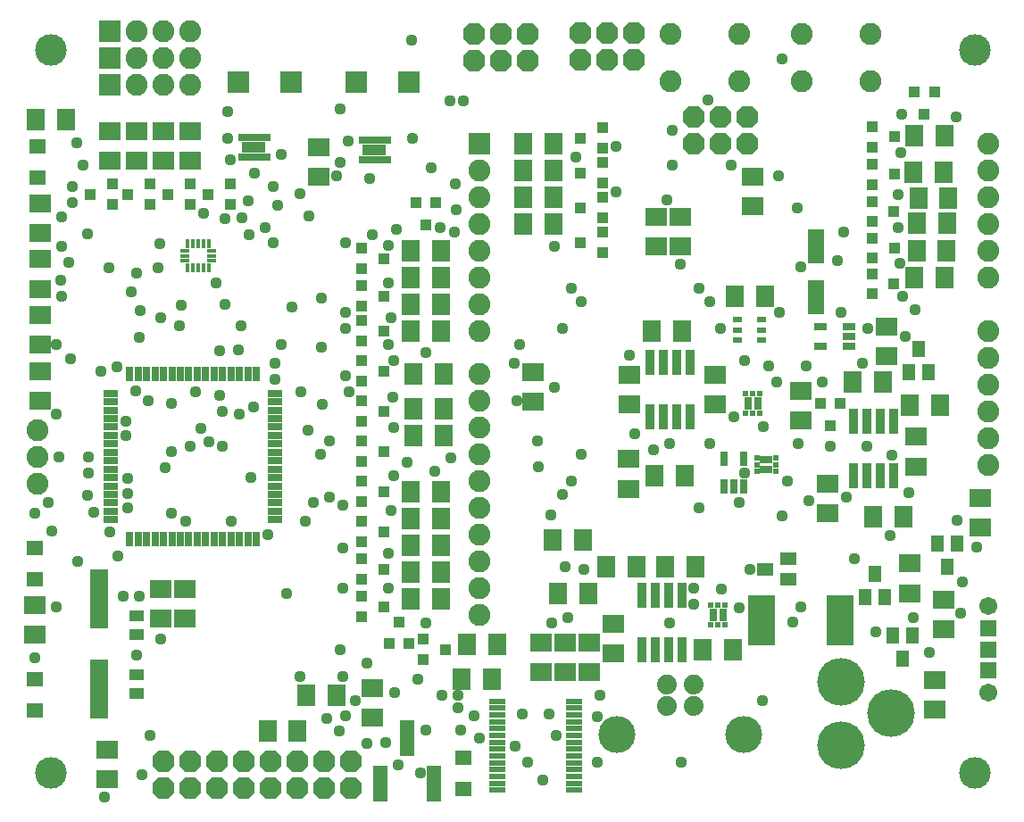
<source format=gts>
G75*
%MOIN*%
%OFA0B0*%
%FSLAX24Y24*%
%IPPOS*%
%LPD*%
%AMOC8*
5,1,8,0,0,1.08239X$1,22.5*
%
%ADD10C,0.1780*%
%ADD11R,0.0671X0.2245*%
%ADD12R,0.0552X0.0395*%
%ADD13R,0.0820X0.0820*%
%ADD14C,0.0820*%
%ADD15R,0.0434X0.0395*%
%ADD16R,0.0395X0.0434*%
%ADD17R,0.0986X0.1891*%
%ADD18R,0.0474X0.0631*%
%ADD19C,0.1182*%
%ADD20R,0.0710X0.0790*%
%ADD21R,0.0320X0.0950*%
%ADD22R,0.0631X0.1261*%
%ADD23R,0.0790X0.0710*%
%ADD24OC8,0.0820*%
%ADD25R,0.0631X0.0552*%
%ADD26R,0.0550X0.0300*%
%ADD27R,0.0300X0.0550*%
%ADD28R,0.0595X0.0595*%
%ADD29C,0.0671*%
%ADD30R,0.0848X0.0848*%
%ADD31R,0.0218X0.0198*%
%ADD32R,0.0454X0.0316*%
%ADD33R,0.0198X0.0218*%
%ADD34R,0.0316X0.0454*%
%ADD35R,0.0630X0.0217*%
%ADD36R,0.0190X0.0277*%
%ADD37R,0.0867X0.0434*%
%ADD38R,0.0356X0.0237*%
%ADD39R,0.0493X0.0316*%
%ADD40R,0.0178X0.0344*%
%ADD41R,0.0344X0.0178*%
%ADD42R,0.0789X0.0710*%
%ADD43C,0.0740*%
%ADD44C,0.1380*%
%ADD45R,0.0297X0.0552*%
%ADD46R,0.0631X0.0474*%
%ADD47R,0.0550X0.1380*%
%ADD48C,0.0437*%
D10*
X031317Y003593D03*
X033167Y004774D03*
X031317Y005955D03*
D11*
X003617Y005668D03*
X003617Y009054D03*
D12*
X005017Y008416D03*
X005017Y007707D03*
X005017Y006216D03*
X005017Y005507D03*
D13*
X017817Y026061D03*
X004017Y028261D03*
X004017Y029261D03*
X004017Y030261D03*
D14*
X005017Y030261D03*
X006017Y030261D03*
X007017Y030261D03*
X007017Y029261D03*
X007017Y028261D03*
X006017Y028261D03*
X005017Y028261D03*
X005017Y029261D03*
X006017Y029261D03*
X017817Y025061D03*
X017817Y024061D03*
X017817Y023061D03*
X017817Y022061D03*
X017817Y021061D03*
X017817Y020061D03*
X017817Y019061D03*
X017817Y017461D03*
X017817Y016461D03*
X017817Y015461D03*
X017817Y014461D03*
X017817Y013461D03*
X017817Y012461D03*
X017817Y011461D03*
X017817Y010461D03*
X017817Y009461D03*
X017817Y008461D03*
X001317Y013361D03*
X001317Y014361D03*
X001317Y015361D03*
X024937Y028371D03*
X024937Y030151D03*
X027497Y030151D03*
X027497Y028371D03*
X029837Y028371D03*
X029837Y030151D03*
X032397Y030151D03*
X032397Y028371D03*
X036817Y026061D03*
X036817Y025061D03*
X036817Y024061D03*
X036817Y023061D03*
X036817Y022061D03*
X036817Y021061D03*
X036817Y019061D03*
X036817Y018061D03*
X036817Y017061D03*
X036817Y016061D03*
X036817Y015061D03*
X036817Y014061D03*
D15*
X032463Y020437D03*
X032463Y021185D03*
X032473Y021767D03*
X032473Y022515D03*
X032463Y023137D03*
X033290Y023511D03*
X032463Y023885D03*
X032473Y024527D03*
X032473Y025275D03*
X032473Y025927D03*
X033300Y026301D03*
X032473Y026675D03*
X033300Y024901D03*
X033300Y022141D03*
X033290Y020811D03*
X022410Y021987D03*
X022410Y022735D03*
X022410Y023287D03*
X022410Y024035D03*
X022410Y024587D03*
X022410Y025335D03*
X022410Y025887D03*
X022410Y026635D03*
X021584Y026261D03*
X021584Y024961D03*
X021584Y023661D03*
X021584Y022361D03*
X014250Y021761D03*
X013423Y021387D03*
X013423Y020735D03*
X014250Y020361D03*
X013423Y019987D03*
X013423Y019435D03*
X014250Y019061D03*
X013423Y018687D03*
X013423Y017935D03*
X013423Y017187D03*
X014250Y017561D03*
X013423Y016435D03*
X013423Y015687D03*
X013423Y014935D03*
X014250Y014561D03*
X013423Y014187D03*
X013423Y013435D03*
X014250Y013061D03*
X013423Y012687D03*
X013423Y011935D03*
X013423Y011187D03*
X013423Y010535D03*
X014250Y010161D03*
X013423Y009787D03*
X013423Y009135D03*
X013423Y008387D03*
X014250Y008761D03*
X015723Y007535D03*
X015723Y006787D03*
X016550Y007161D03*
X014250Y011561D03*
X014250Y016061D03*
X013423Y022135D03*
X008510Y023787D03*
X007684Y024161D03*
X007010Y023787D03*
X006184Y024161D03*
X005510Y023787D03*
X004684Y024161D03*
X004110Y023787D03*
X003284Y024161D03*
X004110Y024535D03*
X005510Y024535D03*
X007010Y024535D03*
X008510Y024535D03*
D16*
X015443Y023855D03*
X016191Y023855D03*
X015817Y023028D03*
X030543Y016355D03*
X031291Y016355D03*
X030917Y015528D03*
X034427Y027158D03*
X034801Y027985D03*
X034053Y027985D03*
X014817Y008194D03*
X015191Y007368D03*
X014443Y007368D03*
D17*
X028360Y008261D03*
X031273Y008261D03*
D18*
X032213Y009118D03*
X032961Y009118D03*
X032587Y009984D03*
X034903Y011114D03*
X035651Y011114D03*
X035277Y010248D03*
X033991Y007694D03*
X033243Y007694D03*
X033617Y006828D03*
X033843Y017528D03*
X034591Y017528D03*
X034217Y018394D03*
D19*
X001817Y002561D03*
X001817Y029561D03*
X036317Y029561D03*
X036317Y002561D03*
D20*
X027277Y007161D03*
X026157Y007161D03*
X025877Y010261D03*
X024757Y010261D03*
X023677Y010261D03*
X022557Y010261D03*
X021877Y009261D03*
X020757Y009261D03*
X020557Y011261D03*
X021677Y011261D03*
X024357Y013661D03*
X025477Y013661D03*
X031757Y017161D03*
X032877Y017161D03*
X033877Y016271D03*
X034997Y016271D03*
X033637Y012111D03*
X032517Y012111D03*
X025377Y019061D03*
X024257Y019061D03*
X027357Y020361D03*
X028477Y020361D03*
X034047Y021041D03*
X034137Y022061D03*
X034157Y023081D03*
X034197Y024021D03*
X035317Y024021D03*
X035277Y023081D03*
X035257Y022061D03*
X035167Y021041D03*
X035147Y024991D03*
X034027Y024991D03*
X034057Y026341D03*
X035177Y026341D03*
X020577Y026061D03*
X019457Y026061D03*
X019457Y025061D03*
X019457Y024061D03*
X019457Y023061D03*
X020577Y023061D03*
X020577Y024061D03*
X020577Y025061D03*
X016377Y022061D03*
X016377Y021061D03*
X016377Y020061D03*
X016377Y019061D03*
X015257Y019061D03*
X015257Y020061D03*
X015257Y021061D03*
X015257Y022061D03*
X015357Y017461D03*
X016477Y017461D03*
X016477Y016161D03*
X016477Y015131D03*
X015357Y015131D03*
X015357Y016161D03*
X015257Y013061D03*
X016377Y013061D03*
X016377Y012061D03*
X016377Y011061D03*
X016377Y010061D03*
X016377Y009061D03*
X015257Y009061D03*
X015257Y010061D03*
X015257Y011061D03*
X015257Y012061D03*
X017357Y007361D03*
X018477Y007361D03*
X018277Y006061D03*
X017157Y006061D03*
X012477Y005461D03*
X011357Y005461D03*
X011017Y004101D03*
X009897Y004101D03*
X002367Y026961D03*
X001247Y026961D03*
D21*
X023867Y009191D03*
X024367Y009191D03*
X024867Y009191D03*
X025367Y009191D03*
X025367Y007131D03*
X024867Y007131D03*
X024367Y007131D03*
X023867Y007131D03*
X031767Y013631D03*
X032267Y013631D03*
X032767Y013631D03*
X033267Y013631D03*
X033267Y015691D03*
X032767Y015691D03*
X032267Y015691D03*
X031767Y015691D03*
X025667Y015831D03*
X025167Y015831D03*
X024667Y015831D03*
X024167Y015831D03*
X024167Y017891D03*
X024667Y017891D03*
X025167Y017891D03*
X025667Y017891D03*
D22*
X030367Y020326D03*
X030367Y022216D03*
D23*
X028017Y023701D03*
X028017Y024821D03*
X033017Y019221D03*
X033017Y018101D03*
X029817Y016821D03*
X029817Y015701D03*
X030807Y013351D03*
X030807Y012231D03*
X033877Y010371D03*
X033877Y009251D03*
X035157Y009021D03*
X035157Y007901D03*
X034817Y006021D03*
X034817Y004901D03*
X036517Y011701D03*
X036517Y012821D03*
X034097Y013981D03*
X034097Y015101D03*
X026617Y016301D03*
X026617Y017421D03*
X023417Y017421D03*
X023417Y016301D03*
X023377Y014271D03*
X023377Y013151D03*
X022817Y008121D03*
X022817Y007001D03*
X021917Y007421D03*
X021917Y006301D03*
X020117Y006301D03*
X020117Y007421D03*
X013817Y005721D03*
X013817Y004601D03*
X006797Y008301D03*
X005917Y008301D03*
X005917Y009421D03*
X006797Y009421D03*
X001217Y008821D03*
X001217Y007701D03*
X003917Y003421D03*
X003917Y002301D03*
X001407Y016441D03*
X001407Y017561D03*
X001407Y020611D03*
X001407Y021731D03*
X001407Y022701D03*
X001407Y023821D03*
X004017Y025401D03*
X005017Y025401D03*
X006017Y025401D03*
X007017Y025401D03*
X007017Y026521D03*
X006017Y026521D03*
X005017Y026521D03*
X004017Y026521D03*
D24*
X017617Y029161D03*
X018617Y029161D03*
X019617Y029161D03*
X019617Y030161D03*
X018617Y030161D03*
X017617Y030161D03*
X021587Y030171D03*
X022587Y030171D03*
X023587Y030171D03*
X023587Y029171D03*
X022587Y029171D03*
X021587Y029171D03*
X025817Y027061D03*
X026817Y027061D03*
X027817Y027061D03*
X027817Y026061D03*
X026817Y026061D03*
X025817Y026061D03*
X013021Y002975D03*
X012021Y002975D03*
X011021Y002975D03*
X010021Y002975D03*
X009021Y002975D03*
X008021Y002975D03*
X007021Y002975D03*
X006021Y002975D03*
X006021Y001975D03*
X007021Y001975D03*
X008021Y001975D03*
X009021Y001975D03*
X010021Y001975D03*
X011021Y001975D03*
X012021Y001975D03*
X013021Y001975D03*
D25*
X017227Y001941D03*
X017227Y003122D03*
X001217Y004871D03*
X001217Y006052D03*
X001217Y009771D03*
X001217Y010952D03*
X001307Y024771D03*
X001307Y025952D03*
D26*
X004046Y016723D03*
X004046Y016409D03*
X004046Y016094D03*
X004046Y015779D03*
X004046Y015464D03*
X004046Y015149D03*
X004046Y014834D03*
X004046Y014519D03*
X004046Y014204D03*
X004046Y013889D03*
X004046Y013574D03*
X004046Y013259D03*
X004046Y012944D03*
X004046Y012629D03*
X004046Y012314D03*
X004046Y011999D03*
X010188Y011999D03*
X010188Y012314D03*
X010188Y012629D03*
X010188Y012944D03*
X010188Y013259D03*
X010188Y013574D03*
X010188Y013889D03*
X010188Y014204D03*
X010188Y014519D03*
X010188Y014834D03*
X010188Y015149D03*
X010188Y015464D03*
X010188Y015779D03*
X010188Y016094D03*
X010188Y016409D03*
X010188Y016723D03*
D27*
X009479Y017432D03*
X009164Y017432D03*
X008849Y017432D03*
X008534Y017432D03*
X008219Y017432D03*
X007904Y017432D03*
X007589Y017432D03*
X007274Y017432D03*
X006959Y017432D03*
X006644Y017432D03*
X006329Y017432D03*
X006014Y017432D03*
X005699Y017432D03*
X005384Y017432D03*
X005069Y017432D03*
X004754Y017432D03*
X004754Y011290D03*
X005069Y011290D03*
X005384Y011290D03*
X005699Y011290D03*
X006014Y011290D03*
X006329Y011290D03*
X006644Y011290D03*
X006959Y011290D03*
X007274Y011290D03*
X007589Y011290D03*
X007904Y011290D03*
X008219Y011290D03*
X008534Y011290D03*
X008849Y011290D03*
X009164Y011290D03*
X009479Y011290D03*
D28*
X036817Y007949D03*
X036817Y007161D03*
X036817Y006374D03*
D29*
X036801Y005547D03*
X036801Y008775D03*
D30*
X015185Y028361D03*
X013217Y028361D03*
X010785Y028361D03*
X008817Y028361D03*
D31*
X028166Y014317D03*
X028166Y014061D03*
X028166Y013805D03*
X028887Y013805D03*
X028887Y014061D03*
X028887Y014317D03*
D32*
X028525Y014242D03*
X028525Y013876D03*
D33*
X028273Y015991D03*
X028017Y015991D03*
X027761Y015991D03*
X027761Y016712D03*
X028017Y016712D03*
X028273Y016712D03*
X026973Y008812D03*
X026717Y008812D03*
X026461Y008812D03*
X026461Y008091D03*
X026717Y008091D03*
X026973Y008091D03*
D34*
X026898Y008453D03*
X026532Y008453D03*
X027832Y016353D03*
X028198Y016353D03*
D35*
X021356Y005225D03*
X021356Y004969D03*
X021356Y004713D03*
X021356Y004457D03*
X021356Y004201D03*
X021356Y003945D03*
X021356Y003689D03*
X021356Y003433D03*
X021356Y003177D03*
X021356Y002921D03*
X021356Y002666D03*
X021356Y002410D03*
X021356Y002154D03*
X021356Y001898D03*
X018477Y001898D03*
X018477Y002154D03*
X018477Y002410D03*
X018477Y002666D03*
X018477Y002921D03*
X018477Y003177D03*
X018477Y003433D03*
X018477Y003689D03*
X018477Y003945D03*
X018477Y004201D03*
X018477Y004457D03*
X018477Y004713D03*
X018477Y004969D03*
X018477Y005225D03*
D36*
X014398Y025439D03*
X014201Y025439D03*
X014004Y025439D03*
X013807Y025439D03*
X013610Y025439D03*
X013414Y025439D03*
X013414Y026187D03*
X013610Y026187D03*
X013807Y026187D03*
X014004Y026187D03*
X014201Y026187D03*
X014398Y026187D03*
X009898Y026287D03*
X009701Y026287D03*
X009504Y026287D03*
X009307Y026287D03*
X009110Y026287D03*
X008914Y026287D03*
X008914Y025539D03*
X009110Y025539D03*
X009307Y025539D03*
X009504Y025539D03*
X009701Y025539D03*
X009898Y025539D03*
D37*
X009394Y025913D03*
X013894Y025813D03*
D38*
X027453Y019465D03*
X027453Y019091D03*
X027453Y018717D03*
X028354Y018717D03*
X028354Y019091D03*
X028354Y019465D03*
D39*
X030545Y019223D03*
X030545Y018479D03*
X031608Y018479D03*
X031608Y018853D03*
X031608Y019227D03*
D40*
X007714Y021401D03*
X007517Y021401D03*
X007321Y021401D03*
X007124Y021401D03*
X006927Y021401D03*
X006923Y022322D03*
X007120Y022322D03*
X007317Y022322D03*
X007514Y022322D03*
X007710Y022322D03*
D41*
X007813Y022058D03*
X007813Y021861D03*
X007813Y021664D03*
X006821Y021664D03*
X006821Y021861D03*
X006821Y022058D03*
D42*
X011817Y024810D03*
X011817Y025912D03*
X019817Y017512D03*
X019817Y016410D03*
X024417Y022210D03*
X025317Y022210D03*
X025317Y023312D03*
X024417Y023312D03*
X021017Y007412D03*
X021017Y006310D03*
X001407Y018550D03*
X001407Y019652D03*
D43*
X024825Y005841D03*
X025809Y005841D03*
X025809Y005061D03*
X024825Y005061D03*
D44*
X022947Y003991D03*
X027687Y003991D03*
D45*
X027691Y013249D03*
X027317Y013249D03*
X026943Y013249D03*
X026943Y014273D03*
X027691Y014273D03*
D46*
X029350Y010535D03*
X029350Y009787D03*
X028484Y010161D03*
D47*
X016117Y002161D03*
X014117Y002161D03*
X015117Y003861D03*
D48*
X015797Y004161D03*
X017017Y004981D03*
X017017Y005461D03*
X016397Y005461D03*
X015517Y006061D03*
X014637Y005561D03*
X013617Y006661D03*
X012717Y006161D03*
X012617Y007161D03*
X011117Y006161D03*
X012107Y004581D03*
X012577Y004121D03*
X012797Y004681D03*
X013187Y005251D03*
X013607Y003661D03*
X014297Y003671D03*
X014767Y002841D03*
X015617Y002561D03*
X017117Y004161D03*
X017617Y004681D03*
X017817Y003861D03*
X019137Y003561D03*
X019617Y002961D03*
X020187Y002291D03*
X020667Y003931D03*
X020417Y004761D03*
X019417Y004761D03*
X022217Y004661D03*
X022317Y005461D03*
X022217Y002961D03*
X025357Y002951D03*
X028367Y005261D03*
X029527Y008171D03*
X029817Y008761D03*
X027917Y010161D03*
X026837Y009401D03*
X027517Y008701D03*
X025817Y008861D03*
X025817Y009461D03*
X024917Y008161D03*
X021717Y010161D03*
X021017Y010261D03*
X021117Y008361D03*
X020517Y008161D03*
X015817Y008161D03*
X014417Y009461D03*
X014417Y010761D03*
X012717Y010941D03*
X011317Y011931D03*
X011627Y012651D03*
X012207Y012851D03*
X012697Y012541D03*
X014517Y012361D03*
X014617Y013661D03*
X015117Y014161D03*
X016137Y013811D03*
X016747Y014311D03*
X014617Y015431D03*
X014567Y016581D03*
X014617Y017961D03*
X014417Y018561D03*
X014517Y019561D03*
X014417Y020861D03*
X012817Y019761D03*
X012827Y019131D03*
X011917Y018461D03*
X012827Y017381D03*
X012937Y016781D03*
X011937Y016301D03*
X011137Y016781D03*
X010177Y017241D03*
X010177Y017841D03*
X010417Y018531D03*
X010817Y019961D03*
X011927Y020291D03*
X012817Y022361D03*
X013817Y022661D03*
X014417Y022261D03*
X014717Y022861D03*
X016347Y022911D03*
X016867Y022761D03*
X016947Y023581D03*
X016917Y024561D03*
X016017Y025161D03*
X015317Y026261D03*
X016717Y027661D03*
X017217Y027661D03*
X015287Y029901D03*
X012617Y027361D03*
X012917Y026161D03*
X012617Y025361D03*
X012467Y024851D03*
X011117Y024191D03*
X010267Y023751D03*
X009817Y022901D03*
X009217Y022661D03*
X008957Y023281D03*
X008317Y023261D03*
X007517Y023461D03*
X005867Y022321D03*
X005817Y021401D03*
X004997Y021211D03*
X004827Y020501D03*
X005137Y019821D03*
X005927Y019561D03*
X006617Y019251D03*
X006677Y020021D03*
X007977Y020861D03*
X008297Y020041D03*
X008917Y019251D03*
X008797Y018331D03*
X008107Y018301D03*
X008097Y016641D03*
X008227Y016041D03*
X008857Y015941D03*
X009367Y016211D03*
X008217Y014761D03*
X007727Y014901D03*
X007407Y015411D03*
X007017Y014761D03*
X006317Y014561D03*
X006087Y013931D03*
X004687Y013561D03*
X004667Y012971D03*
X004677Y012441D03*
X004007Y011541D03*
X003407Y012271D03*
X003167Y012921D03*
X003227Y013741D03*
X003217Y014361D03*
X002117Y014361D03*
X002017Y015961D03*
X003667Y017551D03*
X004287Y017701D03*
X004977Y016821D03*
X005447Y016441D03*
X006327Y016341D03*
X007197Y016791D03*
X004627Y015671D03*
X004607Y015151D03*
X001717Y012661D03*
X001217Y012261D03*
X001837Y011571D03*
X002817Y010441D03*
X004317Y010661D03*
X004517Y009161D03*
X005117Y009161D03*
X005917Y007561D03*
X005017Y006961D03*
X002017Y008761D03*
X001217Y006861D03*
X005517Y003961D03*
X005217Y002471D03*
X003817Y001661D03*
X010617Y009261D03*
X012717Y009461D03*
X009917Y011461D03*
X008537Y011931D03*
X006837Y011941D03*
X006297Y012251D03*
X009277Y013581D03*
X011417Y015361D03*
X012217Y014961D03*
X011887Y014441D03*
X015817Y018261D03*
X019117Y017861D03*
X019317Y018561D03*
X020917Y019161D03*
X021617Y020161D03*
X021247Y020661D03*
X020617Y022211D03*
X022917Y024261D03*
X021417Y025561D03*
X022917Y025961D03*
X025017Y026561D03*
X025017Y025261D03*
X024817Y023961D03*
X027217Y025261D03*
X028967Y024851D03*
X029687Y023661D03*
X031417Y022761D03*
X031187Y021671D03*
X029817Y021461D03*
X029017Y019761D03*
X027717Y017961D03*
X028617Y017761D03*
X028917Y017161D03*
X030017Y017761D03*
X030617Y017161D03*
X032117Y017861D03*
X032317Y019161D03*
X031317Y019761D03*
X033607Y020331D03*
X034067Y019841D03*
X033717Y018861D03*
X033497Y021581D03*
X033457Y022901D03*
X033457Y024151D03*
X033557Y025711D03*
X033577Y027141D03*
X035627Y027041D03*
X029117Y029211D03*
X026337Y027681D03*
X025317Y021551D03*
X026017Y020661D03*
X026417Y020161D03*
X026817Y019161D03*
X023417Y018161D03*
X020617Y016961D03*
X019217Y016461D03*
X019967Y014961D03*
X019997Y013971D03*
X021247Y013461D03*
X020917Y012961D03*
X020477Y012181D03*
X021617Y014461D03*
X023617Y015221D03*
X024327Y014611D03*
X024917Y014861D03*
X026417Y014861D03*
X027317Y015861D03*
X028407Y015471D03*
X029717Y014861D03*
X030917Y014761D03*
X032277Y014761D03*
X033197Y014411D03*
X033857Y013011D03*
X035647Y011971D03*
X036377Y010971D03*
X035837Y009671D03*
X035777Y008521D03*
X034617Y007061D03*
X034007Y008351D03*
X032597Y007821D03*
X031827Y010561D03*
X033147Y011421D03*
X031527Y012861D03*
X030117Y012711D03*
X029317Y013461D03*
X029117Y012161D03*
X027517Y012661D03*
X027717Y013761D03*
X026017Y012461D03*
X013717Y024761D03*
X011437Y023361D03*
X010117Y022361D03*
X009187Y023911D03*
X010117Y024461D03*
X009417Y024961D03*
X008517Y025461D03*
X008417Y026261D03*
X008417Y027261D03*
X010417Y025661D03*
X003977Y021411D03*
X002487Y021621D03*
X002207Y022221D03*
X003167Y022681D03*
X002217Y023301D03*
X002607Y023851D03*
X002617Y024461D03*
X003017Y025261D03*
X002787Y026091D03*
X002177Y020951D03*
X002197Y020341D03*
X002015Y018550D03*
X002557Y018011D03*
X005097Y018801D03*
M02*

</source>
